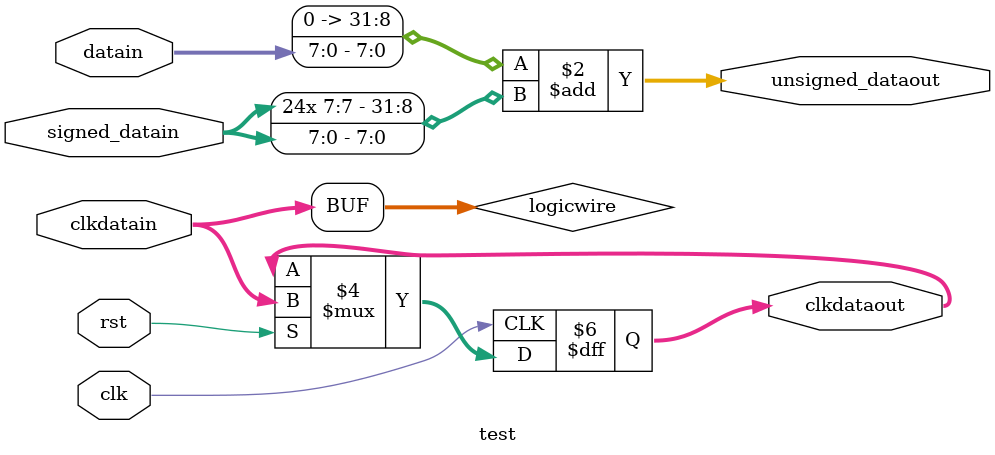
<source format=sv>
 `timescale 1ns/10ps
 module test(
			datain,
			signed_datain,
			clkdatain,
			clk,
			rst,
			
//			signed_dataout,
			unsigned_dataout,
			clkdataout

				);
input        [ 7:0] datain;
input        [ 7:0] clkdatain;
input        [ 7:0] signed_datain;
input               clk;
input               rst;

//output logic [31:0]signed_dataout;
output logic [31:0] unsigned_dataout;
output logic [ 7:0] clkdataout;
logic        [ 7:0] logicwire;
always_comb
begin
//	signed_dataout  =32'(signed'(datain));
	unsigned_dataout=32'(unsigned'(datain))+32'(signed'(signed_datain));
	logicwire=clkdatain;
end


always_ff@(posedge clk)
begin
	if(rst)
	begin
		clkdataout<=logicwire;
	end
end
endmodule
</source>
